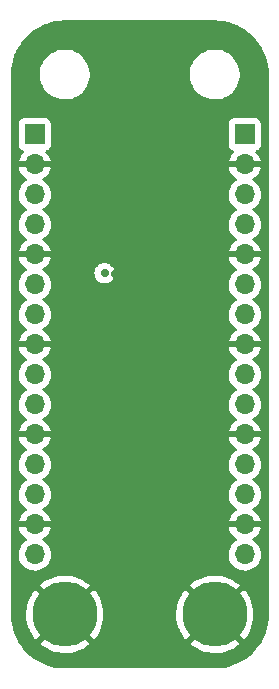
<source format=gbr>
%TF.GenerationSoftware,KiCad,Pcbnew,(6.0.9-0)*%
%TF.CreationDate,2025-08-18T12:38:07+02:00*%
%TF.ProjectId,pt-workshop,70742d77-6f72-46b7-9368-6f702e6b6963,rev?*%
%TF.SameCoordinates,Original*%
%TF.FileFunction,Copper,L2,Inr*%
%TF.FilePolarity,Positive*%
%FSLAX46Y46*%
G04 Gerber Fmt 4.6, Leading zero omitted, Abs format (unit mm)*
G04 Created by KiCad (PCBNEW (6.0.9-0)) date 2025-08-18 12:38:07*
%MOMM*%
%LPD*%
G01*
G04 APERTURE LIST*
%TA.AperFunction,ComponentPad*%
%ADD10C,5.500000*%
%TD*%
%TA.AperFunction,ComponentPad*%
%ADD11R,1.700000X1.700000*%
%TD*%
%TA.AperFunction,ComponentPad*%
%ADD12O,1.700000X1.700000*%
%TD*%
%TA.AperFunction,ViaPad*%
%ADD13C,0.800000*%
%TD*%
%TA.AperFunction,ViaPad*%
%ADD14C,0.700000*%
%TD*%
G04 APERTURE END LIST*
D10*
%TO.N,/PT_GND*%
%TO.C,H103*%
X30480000Y-99060000D03*
%TD*%
%TO.N,/PT_GND*%
%TO.C,H101*%
X43180000Y-99060000D03*
%TD*%
D11*
%TO.N,/PT_9V*%
%TO.C,J103*%
X27940000Y-58420000D03*
D12*
%TO.N,/PT_GND*%
X27940000Y-60960000D03*
%TO.N,/PT_4.5V*%
X27940000Y-63500000D03*
%TO.N,/PT_5V*%
X27940000Y-66040000D03*
%TO.N,/PT_GND*%
X27940000Y-68580000D03*
%TO.N,/PT_CLK*%
X27940000Y-71120000D03*
%TO.N,/PT_Ref*%
X27940000Y-73660000D03*
%TO.N,/PT_GND*%
X27940000Y-76200000D03*
%TO.N,/PT_In*%
X27940000Y-78740000D03*
%TO.N,/PT_Out*%
X27940000Y-81280000D03*
%TO.N,/PT_GND*%
X27940000Y-83820000D03*
%TO.N,/PT_Ic*%
X27940000Y-86360000D03*
%TO.N,/PT_Iout*%
X27940000Y-88900000D03*
%TO.N,/PT_GND*%
X27940000Y-91440000D03*
%TO.N,/PT_Vctrl*%
X27940000Y-93980000D03*
%TD*%
D11*
%TO.N,/PT_9V*%
%TO.C,J104*%
X45720000Y-58420000D03*
D12*
%TO.N,/PT_GND*%
X45720000Y-60960000D03*
%TO.N,/PT_4.5V*%
X45720000Y-63500000D03*
%TO.N,/PT_5V*%
X45720000Y-66040000D03*
%TO.N,/PT_GND*%
X45720000Y-68580000D03*
%TO.N,/PT_CLK*%
X45720000Y-71120000D03*
%TO.N,/PT_Ref*%
X45720000Y-73660000D03*
%TO.N,/PT_GND*%
X45720000Y-76200000D03*
%TO.N,/PT_In*%
X45720000Y-78740000D03*
%TO.N,/PT_Out*%
X45720000Y-81280000D03*
%TO.N,/PT_GND*%
X45720000Y-83820000D03*
%TO.N,/PT_Ic*%
X45720000Y-86360000D03*
%TO.N,/PT_Iout*%
X45720000Y-88900000D03*
%TO.N,/PT_GND*%
X45720000Y-91440000D03*
%TO.N,/PT_Vctrl*%
X45720000Y-93980000D03*
%TD*%
D13*
%TO.N,/PT_GND*%
X31496000Y-91440000D03*
D14*
X39653185Y-95438629D03*
D13*
X36195000Y-59563000D03*
X32639000Y-63754000D03*
D14*
X34290000Y-88773000D03*
D13*
X42545000Y-61849000D03*
D14*
X30099000Y-68580000D03*
X38735000Y-65913000D03*
X34754054Y-70248190D03*
D13*
X34417000Y-56769000D03*
X34870211Y-94084811D03*
X38862000Y-61468000D03*
D14*
X42799000Y-81430500D03*
X30226000Y-72263000D03*
X35433000Y-89408000D03*
X40005000Y-65913000D03*
D13*
X41656000Y-57785000D03*
D14*
%TO.N,/PT_CLK*%
X33845500Y-70167500D03*
%TD*%
%TA.AperFunction,Conductor*%
%TO.N,/PT_GND*%
G36*
X43150018Y-48770000D02*
G01*
X43164851Y-48772310D01*
X43164855Y-48772310D01*
X43173724Y-48773691D01*
X43194183Y-48771016D01*
X43216008Y-48770072D01*
X43572937Y-48785656D01*
X43583886Y-48786614D01*
X43968379Y-48837233D01*
X43979205Y-48839142D01*
X44357822Y-48923080D01*
X44368439Y-48925925D01*
X44538702Y-48979608D01*
X44738302Y-49042542D01*
X44748615Y-49046295D01*
X45106932Y-49194715D01*
X45116876Y-49199353D01*
X45460867Y-49378423D01*
X45470387Y-49383919D01*
X45797468Y-49592292D01*
X45806472Y-49598597D01*
X46114138Y-49834678D01*
X46122558Y-49841743D01*
X46408483Y-50103744D01*
X46416256Y-50111517D01*
X46678257Y-50397442D01*
X46685322Y-50405862D01*
X46921403Y-50713528D01*
X46927708Y-50722532D01*
X47136081Y-51049613D01*
X47141576Y-51059132D01*
X47273193Y-51311964D01*
X47320643Y-51403115D01*
X47325285Y-51413068D01*
X47447895Y-51709074D01*
X47473702Y-51771377D01*
X47477458Y-51781698D01*
X47513680Y-51896579D01*
X47594075Y-52151561D01*
X47596920Y-52162178D01*
X47680858Y-52540795D01*
X47682767Y-52551621D01*
X47733386Y-52936114D01*
X47734344Y-52947063D01*
X47745521Y-53203049D01*
X47749603Y-53296552D01*
X47748223Y-53321429D01*
X47746309Y-53333724D01*
X47747473Y-53342626D01*
X47747473Y-53342628D01*
X47750436Y-53365283D01*
X47751500Y-53381621D01*
X47751500Y-99010633D01*
X47750000Y-99030018D01*
X47747690Y-99044851D01*
X47747690Y-99044855D01*
X47746309Y-99053724D01*
X47748984Y-99074183D01*
X47749928Y-99096008D01*
X47735590Y-99424408D01*
X47734344Y-99452936D01*
X47733386Y-99463886D01*
X47682767Y-99848379D01*
X47680858Y-99859205D01*
X47596920Y-100237822D01*
X47594075Y-100248439D01*
X47477461Y-100618294D01*
X47473702Y-100628623D01*
X47325289Y-100986923D01*
X47320647Y-100996876D01*
X47229591Y-101171794D01*
X47141577Y-101340867D01*
X47136081Y-101350387D01*
X46927708Y-101677468D01*
X46921403Y-101686472D01*
X46685322Y-101994138D01*
X46678257Y-102002558D01*
X46416256Y-102288483D01*
X46408483Y-102296256D01*
X46122558Y-102558257D01*
X46114138Y-102565322D01*
X45806472Y-102801403D01*
X45797468Y-102807708D01*
X45470387Y-103016081D01*
X45460868Y-103021576D01*
X45116876Y-103200647D01*
X45106932Y-103205285D01*
X44748615Y-103353705D01*
X44738302Y-103357458D01*
X44538702Y-103420392D01*
X44368439Y-103474075D01*
X44357822Y-103476920D01*
X43979205Y-103560858D01*
X43968379Y-103562767D01*
X43583886Y-103613386D01*
X43572937Y-103614344D01*
X43223446Y-103629603D01*
X43198571Y-103628223D01*
X43186276Y-103626309D01*
X43177374Y-103627473D01*
X43177372Y-103627473D01*
X43162323Y-103629441D01*
X43154714Y-103630436D01*
X43138379Y-103631500D01*
X30529367Y-103631500D01*
X30509982Y-103630000D01*
X30495149Y-103627690D01*
X30495145Y-103627690D01*
X30486276Y-103626309D01*
X30465817Y-103628984D01*
X30443992Y-103629928D01*
X30087063Y-103614344D01*
X30076114Y-103613386D01*
X29691621Y-103562767D01*
X29680795Y-103560858D01*
X29302178Y-103476920D01*
X29291561Y-103474075D01*
X29121298Y-103420392D01*
X28921698Y-103357458D01*
X28911385Y-103353705D01*
X28553068Y-103205285D01*
X28543124Y-103200647D01*
X28199132Y-103021576D01*
X28189613Y-103016081D01*
X27862532Y-102807708D01*
X27853528Y-102801403D01*
X27545862Y-102565322D01*
X27537442Y-102558257D01*
X27251517Y-102296256D01*
X27243744Y-102288483D01*
X26981743Y-102002558D01*
X26974678Y-101994138D01*
X26738597Y-101686472D01*
X26732292Y-101677468D01*
X26644326Y-101539389D01*
X28365541Y-101539389D01*
X28373678Y-101550395D01*
X28633938Y-101750099D01*
X28639537Y-101753933D01*
X28935261Y-101933736D01*
X28941251Y-101936948D01*
X29254657Y-102083758D01*
X29260961Y-102086305D01*
X29588384Y-102198406D01*
X29594935Y-102200260D01*
X29932539Y-102276342D01*
X29939258Y-102277479D01*
X30283113Y-102316657D01*
X30289903Y-102317060D01*
X30635973Y-102318872D01*
X30642774Y-102318540D01*
X30987020Y-102282966D01*
X30993748Y-102281900D01*
X31332144Y-102209353D01*
X31338693Y-102207574D01*
X31667278Y-102098905D01*
X31673620Y-102096419D01*
X31988523Y-101952910D01*
X31994577Y-101949745D01*
X32292128Y-101773073D01*
X32297809Y-101769270D01*
X32574547Y-101561489D01*
X32579771Y-101557105D01*
X32586238Y-101551053D01*
X32593118Y-101539389D01*
X41065541Y-101539389D01*
X41073678Y-101550395D01*
X41333938Y-101750099D01*
X41339537Y-101753933D01*
X41635261Y-101933736D01*
X41641251Y-101936948D01*
X41954657Y-102083758D01*
X41960961Y-102086305D01*
X42288384Y-102198406D01*
X42294935Y-102200260D01*
X42632539Y-102276342D01*
X42639258Y-102277479D01*
X42983113Y-102316657D01*
X42989903Y-102317060D01*
X43335973Y-102318872D01*
X43342774Y-102318540D01*
X43687020Y-102282966D01*
X43693748Y-102281900D01*
X44032144Y-102209353D01*
X44038693Y-102207574D01*
X44367278Y-102098905D01*
X44373620Y-102096419D01*
X44688523Y-101952910D01*
X44694577Y-101949745D01*
X44992128Y-101773073D01*
X44997809Y-101769270D01*
X45274547Y-101561489D01*
X45279771Y-101557105D01*
X45286238Y-101551053D01*
X45294307Y-101537373D01*
X45294280Y-101536649D01*
X45289136Y-101528346D01*
X43192812Y-99432022D01*
X43178868Y-99424408D01*
X43177035Y-99424539D01*
X43170420Y-99428790D01*
X41072422Y-101526788D01*
X41065541Y-101539389D01*
X32593118Y-101539389D01*
X32594307Y-101537373D01*
X32594280Y-101536649D01*
X32589136Y-101528346D01*
X30492812Y-99432022D01*
X30478868Y-99424408D01*
X30477035Y-99424539D01*
X30470420Y-99428790D01*
X28372422Y-101526788D01*
X28365541Y-101539389D01*
X26644326Y-101539389D01*
X26523919Y-101350387D01*
X26518423Y-101340867D01*
X26430409Y-101171794D01*
X26339353Y-100996876D01*
X26334711Y-100986923D01*
X26186298Y-100628623D01*
X26182539Y-100618294D01*
X26065925Y-100248439D01*
X26063080Y-100237822D01*
X25979142Y-99859205D01*
X25977233Y-99848379D01*
X25926614Y-99463886D01*
X25925656Y-99452936D01*
X25910561Y-99107208D01*
X25912188Y-99080805D01*
X25912769Y-99077352D01*
X25912770Y-99077345D01*
X25913576Y-99072552D01*
X25913729Y-99060000D01*
X25912584Y-99052007D01*
X27217407Y-99052007D01*
X27234917Y-99397659D01*
X27235627Y-99404415D01*
X27290363Y-99746141D01*
X27291802Y-99752796D01*
X27383122Y-100086604D01*
X27385271Y-100093065D01*
X27512110Y-100415067D01*
X27514941Y-100421250D01*
X27675815Y-100727670D01*
X27679298Y-100733513D01*
X27872321Y-101020761D01*
X27876424Y-101026205D01*
X27991911Y-101163351D01*
X28004650Y-101171794D01*
X28015094Y-101165696D01*
X30107978Y-99072812D01*
X30114356Y-99061132D01*
X30844408Y-99061132D01*
X30844539Y-99062965D01*
X30848790Y-99069580D01*
X32943553Y-101164343D01*
X32957150Y-101171768D01*
X32966761Y-101165068D01*
X33062845Y-101053360D01*
X33067003Y-101047960D01*
X33263023Y-100762751D01*
X33266570Y-100756940D01*
X33430634Y-100452238D01*
X33433541Y-100446060D01*
X33563744Y-100125411D01*
X33565958Y-100118981D01*
X33660769Y-99786143D01*
X33662276Y-99779513D01*
X33720590Y-99438362D01*
X33721370Y-99431622D01*
X33742595Y-99084576D01*
X33742711Y-99080973D01*
X33742779Y-99061819D01*
X33742687Y-99058194D01*
X33742352Y-99052007D01*
X39917407Y-99052007D01*
X39934917Y-99397659D01*
X39935627Y-99404415D01*
X39990363Y-99746141D01*
X39991802Y-99752796D01*
X40083122Y-100086604D01*
X40085271Y-100093065D01*
X40212110Y-100415067D01*
X40214941Y-100421250D01*
X40375815Y-100727670D01*
X40379298Y-100733513D01*
X40572321Y-101020761D01*
X40576424Y-101026205D01*
X40691911Y-101163351D01*
X40704650Y-101171794D01*
X40715094Y-101165696D01*
X42807978Y-99072812D01*
X42814356Y-99061132D01*
X43544408Y-99061132D01*
X43544539Y-99062965D01*
X43548790Y-99069580D01*
X45643553Y-101164343D01*
X45657150Y-101171768D01*
X45666761Y-101165068D01*
X45762845Y-101053360D01*
X45767003Y-101047960D01*
X45963023Y-100762751D01*
X45966570Y-100756940D01*
X46130634Y-100452238D01*
X46133541Y-100446060D01*
X46263744Y-100125411D01*
X46265958Y-100118981D01*
X46360769Y-99786143D01*
X46362276Y-99779513D01*
X46420590Y-99438362D01*
X46421370Y-99431622D01*
X46442595Y-99084576D01*
X46442711Y-99080973D01*
X46442779Y-99061819D01*
X46442687Y-99058194D01*
X46423885Y-98711023D01*
X46423150Y-98704257D01*
X46367224Y-98362738D01*
X46365757Y-98356066D01*
X46273278Y-98022597D01*
X46271104Y-98016134D01*
X46143143Y-97694583D01*
X46140290Y-97688409D01*
X45978343Y-97382545D01*
X45974849Y-97376728D01*
X45780813Y-97090140D01*
X45776699Y-97084721D01*
X45668090Y-96956653D01*
X45655265Y-96948217D01*
X45644940Y-96954270D01*
X43552022Y-99047188D01*
X43544408Y-99061132D01*
X42814356Y-99061132D01*
X42815592Y-99058868D01*
X42815461Y-99057035D01*
X42811210Y-99050420D01*
X40716457Y-96955667D01*
X40702920Y-96948275D01*
X40693219Y-96955063D01*
X40590220Y-97075659D01*
X40586066Y-97081092D01*
X40391056Y-97366965D01*
X40387521Y-97372802D01*
X40224518Y-97678080D01*
X40221642Y-97684249D01*
X40092558Y-98005355D01*
X40090365Y-98011795D01*
X39996714Y-98344968D01*
X39995231Y-98351603D01*
X39938112Y-98692936D01*
X39937353Y-98699708D01*
X39917431Y-99045212D01*
X39917407Y-99052007D01*
X33742352Y-99052007D01*
X33723885Y-98711023D01*
X33723150Y-98704257D01*
X33667224Y-98362738D01*
X33665757Y-98356066D01*
X33573278Y-98022597D01*
X33571104Y-98016134D01*
X33443143Y-97694583D01*
X33440290Y-97688409D01*
X33278343Y-97382545D01*
X33274849Y-97376728D01*
X33080813Y-97090140D01*
X33076699Y-97084721D01*
X32968090Y-96956653D01*
X32955265Y-96948217D01*
X32944940Y-96954270D01*
X30852022Y-99047188D01*
X30844408Y-99061132D01*
X30114356Y-99061132D01*
X30115592Y-99058868D01*
X30115461Y-99057035D01*
X30111210Y-99050420D01*
X28016457Y-96955667D01*
X28002920Y-96948275D01*
X27993219Y-96955063D01*
X27890220Y-97075659D01*
X27886066Y-97081092D01*
X27691056Y-97366965D01*
X27687521Y-97372802D01*
X27524518Y-97678080D01*
X27521642Y-97684249D01*
X27392558Y-98005355D01*
X27390365Y-98011795D01*
X27296714Y-98344968D01*
X27295231Y-98351603D01*
X27238112Y-98692936D01*
X27237353Y-98699708D01*
X27217431Y-99045212D01*
X27217407Y-99052007D01*
X25912584Y-99052007D01*
X25909773Y-99032376D01*
X25908500Y-99014514D01*
X25908500Y-96582234D01*
X28365322Y-96582234D01*
X28365357Y-96583075D01*
X28370410Y-96591200D01*
X30467188Y-98687978D01*
X30481132Y-98695592D01*
X30482965Y-98695461D01*
X30489580Y-98691210D01*
X32587431Y-96593359D01*
X32593506Y-96582234D01*
X41065322Y-96582234D01*
X41065357Y-96583075D01*
X41070410Y-96591200D01*
X43167188Y-98687978D01*
X43181132Y-98695592D01*
X43182965Y-98695461D01*
X43189580Y-98691210D01*
X45287431Y-96593359D01*
X45295045Y-96579415D01*
X45294977Y-96578460D01*
X45291024Y-96572482D01*
X45016667Y-96363479D01*
X45011041Y-96359655D01*
X44714706Y-96180894D01*
X44708694Y-96177697D01*
X44394774Y-96031980D01*
X44388474Y-96029460D01*
X44060664Y-95918503D01*
X44054086Y-95916667D01*
X43716237Y-95841768D01*
X43709499Y-95840652D01*
X43365515Y-95802675D01*
X43358735Y-95802296D01*
X43012636Y-95801693D01*
X43005863Y-95802048D01*
X42661726Y-95838825D01*
X42655016Y-95839912D01*
X42316883Y-95913637D01*
X42310308Y-95915448D01*
X41982117Y-96025259D01*
X41975795Y-96027762D01*
X41661388Y-96172373D01*
X41655345Y-96175559D01*
X41358402Y-96353276D01*
X41352756Y-96357085D01*
X41076726Y-96565844D01*
X41073140Y-96568875D01*
X41065322Y-96582234D01*
X32593506Y-96582234D01*
X32595045Y-96579415D01*
X32594977Y-96578460D01*
X32591024Y-96572482D01*
X32316667Y-96363479D01*
X32311041Y-96359655D01*
X32014706Y-96180894D01*
X32008694Y-96177697D01*
X31694774Y-96031980D01*
X31688474Y-96029460D01*
X31360664Y-95918503D01*
X31354086Y-95916667D01*
X31016237Y-95841768D01*
X31009499Y-95840652D01*
X30665515Y-95802675D01*
X30658735Y-95802296D01*
X30312636Y-95801693D01*
X30305863Y-95802048D01*
X29961726Y-95838825D01*
X29955016Y-95839912D01*
X29616883Y-95913637D01*
X29610308Y-95915448D01*
X29282117Y-96025259D01*
X29275795Y-96027762D01*
X28961388Y-96172373D01*
X28955345Y-96175559D01*
X28658402Y-96353276D01*
X28652756Y-96357085D01*
X28376726Y-96565844D01*
X28373140Y-96568875D01*
X28365322Y-96582234D01*
X25908500Y-96582234D01*
X25908500Y-93946695D01*
X26577251Y-93946695D01*
X26577548Y-93951848D01*
X26577548Y-93951851D01*
X26583011Y-94046590D01*
X26590110Y-94169715D01*
X26591247Y-94174761D01*
X26591248Y-94174767D01*
X26611119Y-94262939D01*
X26639222Y-94387639D01*
X26723266Y-94594616D01*
X26839987Y-94785088D01*
X26986250Y-94953938D01*
X27158126Y-95096632D01*
X27351000Y-95209338D01*
X27559692Y-95289030D01*
X27564760Y-95290061D01*
X27564763Y-95290062D01*
X27672017Y-95311883D01*
X27778597Y-95333567D01*
X27783772Y-95333757D01*
X27783774Y-95333757D01*
X27996673Y-95341564D01*
X27996677Y-95341564D01*
X28001837Y-95341753D01*
X28006957Y-95341097D01*
X28006959Y-95341097D01*
X28218288Y-95314025D01*
X28218289Y-95314025D01*
X28223416Y-95313368D01*
X28228366Y-95311883D01*
X28432429Y-95250661D01*
X28432434Y-95250659D01*
X28437384Y-95249174D01*
X28637994Y-95150896D01*
X28819860Y-95021173D01*
X28978096Y-94863489D01*
X29037594Y-94780689D01*
X29105435Y-94686277D01*
X29108453Y-94682077D01*
X29207430Y-94481811D01*
X29272370Y-94268069D01*
X29301529Y-94046590D01*
X29303156Y-93980000D01*
X29300418Y-93946695D01*
X44357251Y-93946695D01*
X44357548Y-93951848D01*
X44357548Y-93951851D01*
X44363011Y-94046590D01*
X44370110Y-94169715D01*
X44371247Y-94174761D01*
X44371248Y-94174767D01*
X44391119Y-94262939D01*
X44419222Y-94387639D01*
X44503266Y-94594616D01*
X44619987Y-94785088D01*
X44766250Y-94953938D01*
X44938126Y-95096632D01*
X45131000Y-95209338D01*
X45339692Y-95289030D01*
X45344760Y-95290061D01*
X45344763Y-95290062D01*
X45452017Y-95311883D01*
X45558597Y-95333567D01*
X45563772Y-95333757D01*
X45563774Y-95333757D01*
X45776673Y-95341564D01*
X45776677Y-95341564D01*
X45781837Y-95341753D01*
X45786957Y-95341097D01*
X45786959Y-95341097D01*
X45998288Y-95314025D01*
X45998289Y-95314025D01*
X46003416Y-95313368D01*
X46008366Y-95311883D01*
X46212429Y-95250661D01*
X46212434Y-95250659D01*
X46217384Y-95249174D01*
X46417994Y-95150896D01*
X46599860Y-95021173D01*
X46758096Y-94863489D01*
X46817594Y-94780689D01*
X46885435Y-94686277D01*
X46888453Y-94682077D01*
X46987430Y-94481811D01*
X47052370Y-94268069D01*
X47081529Y-94046590D01*
X47083156Y-93980000D01*
X47064852Y-93757361D01*
X47010431Y-93540702D01*
X46921354Y-93335840D01*
X46800014Y-93148277D01*
X46649670Y-92983051D01*
X46645619Y-92979852D01*
X46645615Y-92979848D01*
X46478414Y-92847800D01*
X46478410Y-92847798D01*
X46474359Y-92844598D01*
X46432569Y-92821529D01*
X46382598Y-92771097D01*
X46367826Y-92701654D01*
X46392942Y-92635248D01*
X46420294Y-92608641D01*
X46595328Y-92483792D01*
X46603200Y-92477139D01*
X46754052Y-92326812D01*
X46760730Y-92318965D01*
X46885003Y-92146020D01*
X46890313Y-92137183D01*
X46984670Y-91946267D01*
X46988469Y-91936672D01*
X47050377Y-91732910D01*
X47052555Y-91722837D01*
X47053986Y-91711962D01*
X47051775Y-91697778D01*
X47038617Y-91694000D01*
X44403225Y-91694000D01*
X44389694Y-91697973D01*
X44388257Y-91707966D01*
X44418565Y-91842446D01*
X44421645Y-91852275D01*
X44501770Y-92049603D01*
X44506413Y-92058794D01*
X44617694Y-92240388D01*
X44623777Y-92248699D01*
X44763213Y-92409667D01*
X44770580Y-92416883D01*
X44934434Y-92552916D01*
X44942881Y-92558831D01*
X45011969Y-92599203D01*
X45060693Y-92650842D01*
X45073764Y-92720625D01*
X45047033Y-92786396D01*
X45006584Y-92819752D01*
X44993607Y-92826507D01*
X44989474Y-92829610D01*
X44989471Y-92829612D01*
X44965247Y-92847800D01*
X44814965Y-92960635D01*
X44660629Y-93122138D01*
X44534743Y-93306680D01*
X44440688Y-93509305D01*
X44380989Y-93724570D01*
X44357251Y-93946695D01*
X29300418Y-93946695D01*
X29284852Y-93757361D01*
X29230431Y-93540702D01*
X29141354Y-93335840D01*
X29020014Y-93148277D01*
X28869670Y-92983051D01*
X28865619Y-92979852D01*
X28865615Y-92979848D01*
X28698414Y-92847800D01*
X28698410Y-92847798D01*
X28694359Y-92844598D01*
X28652569Y-92821529D01*
X28602598Y-92771097D01*
X28587826Y-92701654D01*
X28612942Y-92635248D01*
X28640294Y-92608641D01*
X28815328Y-92483792D01*
X28823200Y-92477139D01*
X28974052Y-92326812D01*
X28980730Y-92318965D01*
X29105003Y-92146020D01*
X29110313Y-92137183D01*
X29204670Y-91946267D01*
X29208469Y-91936672D01*
X29270377Y-91732910D01*
X29272555Y-91722837D01*
X29273986Y-91711962D01*
X29271775Y-91697778D01*
X29258617Y-91694000D01*
X26623225Y-91694000D01*
X26609694Y-91697973D01*
X26608257Y-91707966D01*
X26638565Y-91842446D01*
X26641645Y-91852275D01*
X26721770Y-92049603D01*
X26726413Y-92058794D01*
X26837694Y-92240388D01*
X26843777Y-92248699D01*
X26983213Y-92409667D01*
X26990580Y-92416883D01*
X27154434Y-92552916D01*
X27162881Y-92558831D01*
X27231969Y-92599203D01*
X27280693Y-92650842D01*
X27293764Y-92720625D01*
X27267033Y-92786396D01*
X27226584Y-92819752D01*
X27213607Y-92826507D01*
X27209474Y-92829610D01*
X27209471Y-92829612D01*
X27185247Y-92847800D01*
X27034965Y-92960635D01*
X26880629Y-93122138D01*
X26754743Y-93306680D01*
X26660688Y-93509305D01*
X26600989Y-93724570D01*
X26577251Y-93946695D01*
X25908500Y-93946695D01*
X25908500Y-88866695D01*
X26577251Y-88866695D01*
X26577548Y-88871848D01*
X26577548Y-88871851D01*
X26583011Y-88966590D01*
X26590110Y-89089715D01*
X26591247Y-89094761D01*
X26591248Y-89094767D01*
X26611119Y-89182939D01*
X26639222Y-89307639D01*
X26723266Y-89514616D01*
X26839987Y-89705088D01*
X26986250Y-89873938D01*
X27158126Y-90016632D01*
X27231955Y-90059774D01*
X27280679Y-90111412D01*
X27293750Y-90181195D01*
X27267019Y-90246967D01*
X27226562Y-90280327D01*
X27218457Y-90284546D01*
X27209738Y-90290036D01*
X27039433Y-90417905D01*
X27031726Y-90424748D01*
X26884590Y-90578717D01*
X26878104Y-90586727D01*
X26758098Y-90762649D01*
X26753000Y-90771623D01*
X26663338Y-90964783D01*
X26659775Y-90974470D01*
X26604389Y-91174183D01*
X26605912Y-91182607D01*
X26618292Y-91186000D01*
X29258344Y-91186000D01*
X29271875Y-91182027D01*
X29273180Y-91172947D01*
X29231214Y-91005875D01*
X29227894Y-90996124D01*
X29142972Y-90800814D01*
X29138105Y-90791739D01*
X29022426Y-90612926D01*
X29016136Y-90604757D01*
X28872806Y-90447240D01*
X28865273Y-90440215D01*
X28698139Y-90308222D01*
X28689556Y-90302520D01*
X28652602Y-90282120D01*
X28602631Y-90231687D01*
X28587859Y-90162245D01*
X28612975Y-90095839D01*
X28640327Y-90069232D01*
X28663797Y-90052491D01*
X28819860Y-89941173D01*
X28978096Y-89783489D01*
X29037594Y-89700689D01*
X29105435Y-89606277D01*
X29108453Y-89602077D01*
X29207430Y-89401811D01*
X29272370Y-89188069D01*
X29301529Y-88966590D01*
X29303156Y-88900000D01*
X29300418Y-88866695D01*
X44357251Y-88866695D01*
X44357548Y-88871848D01*
X44357548Y-88871851D01*
X44363011Y-88966590D01*
X44370110Y-89089715D01*
X44371247Y-89094761D01*
X44371248Y-89094767D01*
X44391119Y-89182939D01*
X44419222Y-89307639D01*
X44503266Y-89514616D01*
X44619987Y-89705088D01*
X44766250Y-89873938D01*
X44938126Y-90016632D01*
X45011955Y-90059774D01*
X45060679Y-90111412D01*
X45073750Y-90181195D01*
X45047019Y-90246967D01*
X45006562Y-90280327D01*
X44998457Y-90284546D01*
X44989738Y-90290036D01*
X44819433Y-90417905D01*
X44811726Y-90424748D01*
X44664590Y-90578717D01*
X44658104Y-90586727D01*
X44538098Y-90762649D01*
X44533000Y-90771623D01*
X44443338Y-90964783D01*
X44439775Y-90974470D01*
X44384389Y-91174183D01*
X44385912Y-91182607D01*
X44398292Y-91186000D01*
X47038344Y-91186000D01*
X47051875Y-91182027D01*
X47053180Y-91172947D01*
X47011214Y-91005875D01*
X47007894Y-90996124D01*
X46922972Y-90800814D01*
X46918105Y-90791739D01*
X46802426Y-90612926D01*
X46796136Y-90604757D01*
X46652806Y-90447240D01*
X46645273Y-90440215D01*
X46478139Y-90308222D01*
X46469556Y-90302520D01*
X46432602Y-90282120D01*
X46382631Y-90231687D01*
X46367859Y-90162245D01*
X46392975Y-90095839D01*
X46420327Y-90069232D01*
X46443797Y-90052491D01*
X46599860Y-89941173D01*
X46758096Y-89783489D01*
X46817594Y-89700689D01*
X46885435Y-89606277D01*
X46888453Y-89602077D01*
X46987430Y-89401811D01*
X47052370Y-89188069D01*
X47081529Y-88966590D01*
X47083156Y-88900000D01*
X47064852Y-88677361D01*
X47010431Y-88460702D01*
X46921354Y-88255840D01*
X46800014Y-88068277D01*
X46649670Y-87903051D01*
X46645619Y-87899852D01*
X46645615Y-87899848D01*
X46478414Y-87767800D01*
X46478410Y-87767798D01*
X46474359Y-87764598D01*
X46433053Y-87741796D01*
X46383084Y-87691364D01*
X46368312Y-87621921D01*
X46393428Y-87555516D01*
X46420780Y-87528909D01*
X46464603Y-87497650D01*
X46599860Y-87401173D01*
X46758096Y-87243489D01*
X46817594Y-87160689D01*
X46885435Y-87066277D01*
X46888453Y-87062077D01*
X46987430Y-86861811D01*
X47052370Y-86648069D01*
X47081529Y-86426590D01*
X47083156Y-86360000D01*
X47064852Y-86137361D01*
X47010431Y-85920702D01*
X46921354Y-85715840D01*
X46800014Y-85528277D01*
X46649670Y-85363051D01*
X46645619Y-85359852D01*
X46645615Y-85359848D01*
X46478414Y-85227800D01*
X46478410Y-85227798D01*
X46474359Y-85224598D01*
X46432569Y-85201529D01*
X46382598Y-85151097D01*
X46367826Y-85081654D01*
X46392942Y-85015248D01*
X46420294Y-84988641D01*
X46595328Y-84863792D01*
X46603200Y-84857139D01*
X46754052Y-84706812D01*
X46760730Y-84698965D01*
X46885003Y-84526020D01*
X46890313Y-84517183D01*
X46984670Y-84326267D01*
X46988469Y-84316672D01*
X47050377Y-84112910D01*
X47052555Y-84102837D01*
X47053986Y-84091962D01*
X47051775Y-84077778D01*
X47038617Y-84074000D01*
X44403225Y-84074000D01*
X44389694Y-84077973D01*
X44388257Y-84087966D01*
X44418565Y-84222446D01*
X44421645Y-84232275D01*
X44501770Y-84429603D01*
X44506413Y-84438794D01*
X44617694Y-84620388D01*
X44623777Y-84628699D01*
X44763213Y-84789667D01*
X44770580Y-84796883D01*
X44934434Y-84932916D01*
X44942881Y-84938831D01*
X45011969Y-84979203D01*
X45060693Y-85030842D01*
X45073764Y-85100625D01*
X45047033Y-85166396D01*
X45006584Y-85199752D01*
X44993607Y-85206507D01*
X44989474Y-85209610D01*
X44989471Y-85209612D01*
X44965247Y-85227800D01*
X44814965Y-85340635D01*
X44660629Y-85502138D01*
X44534743Y-85686680D01*
X44440688Y-85889305D01*
X44380989Y-86104570D01*
X44357251Y-86326695D01*
X44357548Y-86331848D01*
X44357548Y-86331851D01*
X44363011Y-86426590D01*
X44370110Y-86549715D01*
X44371247Y-86554761D01*
X44371248Y-86554767D01*
X44391119Y-86642939D01*
X44419222Y-86767639D01*
X44503266Y-86974616D01*
X44619987Y-87165088D01*
X44766250Y-87333938D01*
X44938126Y-87476632D01*
X45008595Y-87517811D01*
X45011445Y-87519476D01*
X45060169Y-87571114D01*
X45073240Y-87640897D01*
X45046509Y-87706669D01*
X45006055Y-87740027D01*
X44993607Y-87746507D01*
X44989474Y-87749610D01*
X44989471Y-87749612D01*
X44965247Y-87767800D01*
X44814965Y-87880635D01*
X44660629Y-88042138D01*
X44534743Y-88226680D01*
X44440688Y-88429305D01*
X44380989Y-88644570D01*
X44357251Y-88866695D01*
X29300418Y-88866695D01*
X29284852Y-88677361D01*
X29230431Y-88460702D01*
X29141354Y-88255840D01*
X29020014Y-88068277D01*
X28869670Y-87903051D01*
X28865619Y-87899852D01*
X28865615Y-87899848D01*
X28698414Y-87767800D01*
X28698410Y-87767798D01*
X28694359Y-87764598D01*
X28653053Y-87741796D01*
X28603084Y-87691364D01*
X28588312Y-87621921D01*
X28613428Y-87555516D01*
X28640780Y-87528909D01*
X28684603Y-87497650D01*
X28819860Y-87401173D01*
X28978096Y-87243489D01*
X29037594Y-87160689D01*
X29105435Y-87066277D01*
X29108453Y-87062077D01*
X29207430Y-86861811D01*
X29272370Y-86648069D01*
X29301529Y-86426590D01*
X29303156Y-86360000D01*
X29284852Y-86137361D01*
X29230431Y-85920702D01*
X29141354Y-85715840D01*
X29020014Y-85528277D01*
X28869670Y-85363051D01*
X28865619Y-85359852D01*
X28865615Y-85359848D01*
X28698414Y-85227800D01*
X28698410Y-85227798D01*
X28694359Y-85224598D01*
X28652569Y-85201529D01*
X28602598Y-85151097D01*
X28587826Y-85081654D01*
X28612942Y-85015248D01*
X28640294Y-84988641D01*
X28815328Y-84863792D01*
X28823200Y-84857139D01*
X28974052Y-84706812D01*
X28980730Y-84698965D01*
X29105003Y-84526020D01*
X29110313Y-84517183D01*
X29204670Y-84326267D01*
X29208469Y-84316672D01*
X29270377Y-84112910D01*
X29272555Y-84102837D01*
X29273986Y-84091962D01*
X29271775Y-84077778D01*
X29258617Y-84074000D01*
X26623225Y-84074000D01*
X26609694Y-84077973D01*
X26608257Y-84087966D01*
X26638565Y-84222446D01*
X26641645Y-84232275D01*
X26721770Y-84429603D01*
X26726413Y-84438794D01*
X26837694Y-84620388D01*
X26843777Y-84628699D01*
X26983213Y-84789667D01*
X26990580Y-84796883D01*
X27154434Y-84932916D01*
X27162881Y-84938831D01*
X27231969Y-84979203D01*
X27280693Y-85030842D01*
X27293764Y-85100625D01*
X27267033Y-85166396D01*
X27226584Y-85199752D01*
X27213607Y-85206507D01*
X27209474Y-85209610D01*
X27209471Y-85209612D01*
X27185247Y-85227800D01*
X27034965Y-85340635D01*
X26880629Y-85502138D01*
X26754743Y-85686680D01*
X26660688Y-85889305D01*
X26600989Y-86104570D01*
X26577251Y-86326695D01*
X26577548Y-86331848D01*
X26577548Y-86331851D01*
X26583011Y-86426590D01*
X26590110Y-86549715D01*
X26591247Y-86554761D01*
X26591248Y-86554767D01*
X26611119Y-86642939D01*
X26639222Y-86767639D01*
X26723266Y-86974616D01*
X26839987Y-87165088D01*
X26986250Y-87333938D01*
X27158126Y-87476632D01*
X27228595Y-87517811D01*
X27231445Y-87519476D01*
X27280169Y-87571114D01*
X27293240Y-87640897D01*
X27266509Y-87706669D01*
X27226055Y-87740027D01*
X27213607Y-87746507D01*
X27209474Y-87749610D01*
X27209471Y-87749612D01*
X27185247Y-87767800D01*
X27034965Y-87880635D01*
X26880629Y-88042138D01*
X26754743Y-88226680D01*
X26660688Y-88429305D01*
X26600989Y-88644570D01*
X26577251Y-88866695D01*
X25908500Y-88866695D01*
X25908500Y-81246695D01*
X26577251Y-81246695D01*
X26577548Y-81251848D01*
X26577548Y-81251851D01*
X26583011Y-81346590D01*
X26590110Y-81469715D01*
X26591247Y-81474761D01*
X26591248Y-81474767D01*
X26611119Y-81562939D01*
X26639222Y-81687639D01*
X26723266Y-81894616D01*
X26839987Y-82085088D01*
X26986250Y-82253938D01*
X27158126Y-82396632D01*
X27231955Y-82439774D01*
X27280679Y-82491412D01*
X27293750Y-82561195D01*
X27267019Y-82626967D01*
X27226562Y-82660327D01*
X27218457Y-82664546D01*
X27209738Y-82670036D01*
X27039433Y-82797905D01*
X27031726Y-82804748D01*
X26884590Y-82958717D01*
X26878104Y-82966727D01*
X26758098Y-83142649D01*
X26753000Y-83151623D01*
X26663338Y-83344783D01*
X26659775Y-83354470D01*
X26604389Y-83554183D01*
X26605912Y-83562607D01*
X26618292Y-83566000D01*
X29258344Y-83566000D01*
X29271875Y-83562027D01*
X29273180Y-83552947D01*
X29231214Y-83385875D01*
X29227894Y-83376124D01*
X29142972Y-83180814D01*
X29138105Y-83171739D01*
X29022426Y-82992926D01*
X29016136Y-82984757D01*
X28872806Y-82827240D01*
X28865273Y-82820215D01*
X28698139Y-82688222D01*
X28689556Y-82682520D01*
X28652602Y-82662120D01*
X28602631Y-82611687D01*
X28587859Y-82542245D01*
X28612975Y-82475839D01*
X28640327Y-82449232D01*
X28663797Y-82432491D01*
X28819860Y-82321173D01*
X28978096Y-82163489D01*
X29037594Y-82080689D01*
X29105435Y-81986277D01*
X29108453Y-81982077D01*
X29207430Y-81781811D01*
X29272370Y-81568069D01*
X29301529Y-81346590D01*
X29303156Y-81280000D01*
X29300418Y-81246695D01*
X44357251Y-81246695D01*
X44357548Y-81251848D01*
X44357548Y-81251851D01*
X44363011Y-81346590D01*
X44370110Y-81469715D01*
X44371247Y-81474761D01*
X44371248Y-81474767D01*
X44391119Y-81562939D01*
X44419222Y-81687639D01*
X44503266Y-81894616D01*
X44619987Y-82085088D01*
X44766250Y-82253938D01*
X44938126Y-82396632D01*
X45011955Y-82439774D01*
X45060679Y-82491412D01*
X45073750Y-82561195D01*
X45047019Y-82626967D01*
X45006562Y-82660327D01*
X44998457Y-82664546D01*
X44989738Y-82670036D01*
X44819433Y-82797905D01*
X44811726Y-82804748D01*
X44664590Y-82958717D01*
X44658104Y-82966727D01*
X44538098Y-83142649D01*
X44533000Y-83151623D01*
X44443338Y-83344783D01*
X44439775Y-83354470D01*
X44384389Y-83554183D01*
X44385912Y-83562607D01*
X44398292Y-83566000D01*
X47038344Y-83566000D01*
X47051875Y-83562027D01*
X47053180Y-83552947D01*
X47011214Y-83385875D01*
X47007894Y-83376124D01*
X46922972Y-83180814D01*
X46918105Y-83171739D01*
X46802426Y-82992926D01*
X46796136Y-82984757D01*
X46652806Y-82827240D01*
X46645273Y-82820215D01*
X46478139Y-82688222D01*
X46469556Y-82682520D01*
X46432602Y-82662120D01*
X46382631Y-82611687D01*
X46367859Y-82542245D01*
X46392975Y-82475839D01*
X46420327Y-82449232D01*
X46443797Y-82432491D01*
X46599860Y-82321173D01*
X46758096Y-82163489D01*
X46817594Y-82080689D01*
X46885435Y-81986277D01*
X46888453Y-81982077D01*
X46987430Y-81781811D01*
X47052370Y-81568069D01*
X47081529Y-81346590D01*
X47083156Y-81280000D01*
X47064852Y-81057361D01*
X47010431Y-80840702D01*
X46921354Y-80635840D01*
X46800014Y-80448277D01*
X46649670Y-80283051D01*
X46645619Y-80279852D01*
X46645615Y-80279848D01*
X46478414Y-80147800D01*
X46478410Y-80147798D01*
X46474359Y-80144598D01*
X46433053Y-80121796D01*
X46383084Y-80071364D01*
X46368312Y-80001921D01*
X46393428Y-79935516D01*
X46420780Y-79908909D01*
X46464603Y-79877650D01*
X46599860Y-79781173D01*
X46758096Y-79623489D01*
X46817594Y-79540689D01*
X46885435Y-79446277D01*
X46888453Y-79442077D01*
X46987430Y-79241811D01*
X47052370Y-79028069D01*
X47081529Y-78806590D01*
X47083156Y-78740000D01*
X47064852Y-78517361D01*
X47010431Y-78300702D01*
X46921354Y-78095840D01*
X46800014Y-77908277D01*
X46649670Y-77743051D01*
X46645619Y-77739852D01*
X46645615Y-77739848D01*
X46478414Y-77607800D01*
X46478410Y-77607798D01*
X46474359Y-77604598D01*
X46432569Y-77581529D01*
X46382598Y-77531097D01*
X46367826Y-77461654D01*
X46392942Y-77395248D01*
X46420294Y-77368641D01*
X46595328Y-77243792D01*
X46603200Y-77237139D01*
X46754052Y-77086812D01*
X46760730Y-77078965D01*
X46885003Y-76906020D01*
X46890313Y-76897183D01*
X46984670Y-76706267D01*
X46988469Y-76696672D01*
X47050377Y-76492910D01*
X47052555Y-76482837D01*
X47053986Y-76471962D01*
X47051775Y-76457778D01*
X47038617Y-76454000D01*
X44403225Y-76454000D01*
X44389694Y-76457973D01*
X44388257Y-76467966D01*
X44418565Y-76602446D01*
X44421645Y-76612275D01*
X44501770Y-76809603D01*
X44506413Y-76818794D01*
X44617694Y-77000388D01*
X44623777Y-77008699D01*
X44763213Y-77169667D01*
X44770580Y-77176883D01*
X44934434Y-77312916D01*
X44942881Y-77318831D01*
X45011969Y-77359203D01*
X45060693Y-77410842D01*
X45073764Y-77480625D01*
X45047033Y-77546396D01*
X45006584Y-77579752D01*
X44993607Y-77586507D01*
X44989474Y-77589610D01*
X44989471Y-77589612D01*
X44965247Y-77607800D01*
X44814965Y-77720635D01*
X44660629Y-77882138D01*
X44534743Y-78066680D01*
X44440688Y-78269305D01*
X44380989Y-78484570D01*
X44357251Y-78706695D01*
X44357548Y-78711848D01*
X44357548Y-78711851D01*
X44363011Y-78806590D01*
X44370110Y-78929715D01*
X44371247Y-78934761D01*
X44371248Y-78934767D01*
X44391119Y-79022939D01*
X44419222Y-79147639D01*
X44503266Y-79354616D01*
X44619987Y-79545088D01*
X44766250Y-79713938D01*
X44938126Y-79856632D01*
X45008595Y-79897811D01*
X45011445Y-79899476D01*
X45060169Y-79951114D01*
X45073240Y-80020897D01*
X45046509Y-80086669D01*
X45006055Y-80120027D01*
X44993607Y-80126507D01*
X44989474Y-80129610D01*
X44989471Y-80129612D01*
X44965247Y-80147800D01*
X44814965Y-80260635D01*
X44660629Y-80422138D01*
X44534743Y-80606680D01*
X44440688Y-80809305D01*
X44380989Y-81024570D01*
X44357251Y-81246695D01*
X29300418Y-81246695D01*
X29284852Y-81057361D01*
X29230431Y-80840702D01*
X29141354Y-80635840D01*
X29020014Y-80448277D01*
X28869670Y-80283051D01*
X28865619Y-80279852D01*
X28865615Y-80279848D01*
X28698414Y-80147800D01*
X28698410Y-80147798D01*
X28694359Y-80144598D01*
X28653053Y-80121796D01*
X28603084Y-80071364D01*
X28588312Y-80001921D01*
X28613428Y-79935516D01*
X28640780Y-79908909D01*
X28684603Y-79877650D01*
X28819860Y-79781173D01*
X28978096Y-79623489D01*
X29037594Y-79540689D01*
X29105435Y-79446277D01*
X29108453Y-79442077D01*
X29207430Y-79241811D01*
X29272370Y-79028069D01*
X29301529Y-78806590D01*
X29303156Y-78740000D01*
X29284852Y-78517361D01*
X29230431Y-78300702D01*
X29141354Y-78095840D01*
X29020014Y-77908277D01*
X28869670Y-77743051D01*
X28865619Y-77739852D01*
X28865615Y-77739848D01*
X28698414Y-77607800D01*
X28698410Y-77607798D01*
X28694359Y-77604598D01*
X28652569Y-77581529D01*
X28602598Y-77531097D01*
X28587826Y-77461654D01*
X28612942Y-77395248D01*
X28640294Y-77368641D01*
X28815328Y-77243792D01*
X28823200Y-77237139D01*
X28974052Y-77086812D01*
X28980730Y-77078965D01*
X29105003Y-76906020D01*
X29110313Y-76897183D01*
X29204670Y-76706267D01*
X29208469Y-76696672D01*
X29270377Y-76492910D01*
X29272555Y-76482837D01*
X29273986Y-76471962D01*
X29271775Y-76457778D01*
X29258617Y-76454000D01*
X26623225Y-76454000D01*
X26609694Y-76457973D01*
X26608257Y-76467966D01*
X26638565Y-76602446D01*
X26641645Y-76612275D01*
X26721770Y-76809603D01*
X26726413Y-76818794D01*
X26837694Y-77000388D01*
X26843777Y-77008699D01*
X26983213Y-77169667D01*
X26990580Y-77176883D01*
X27154434Y-77312916D01*
X27162881Y-77318831D01*
X27231969Y-77359203D01*
X27280693Y-77410842D01*
X27293764Y-77480625D01*
X27267033Y-77546396D01*
X27226584Y-77579752D01*
X27213607Y-77586507D01*
X27209474Y-77589610D01*
X27209471Y-77589612D01*
X27185247Y-77607800D01*
X27034965Y-77720635D01*
X26880629Y-77882138D01*
X26754743Y-78066680D01*
X26660688Y-78269305D01*
X26600989Y-78484570D01*
X26577251Y-78706695D01*
X26577548Y-78711848D01*
X26577548Y-78711851D01*
X26583011Y-78806590D01*
X26590110Y-78929715D01*
X26591247Y-78934761D01*
X26591248Y-78934767D01*
X26611119Y-79022939D01*
X26639222Y-79147639D01*
X26723266Y-79354616D01*
X26839987Y-79545088D01*
X26986250Y-79713938D01*
X27158126Y-79856632D01*
X27228595Y-79897811D01*
X27231445Y-79899476D01*
X27280169Y-79951114D01*
X27293240Y-80020897D01*
X27266509Y-80086669D01*
X27226055Y-80120027D01*
X27213607Y-80126507D01*
X27209474Y-80129610D01*
X27209471Y-80129612D01*
X27185247Y-80147800D01*
X27034965Y-80260635D01*
X26880629Y-80422138D01*
X26754743Y-80606680D01*
X26660688Y-80809305D01*
X26600989Y-81024570D01*
X26577251Y-81246695D01*
X25908500Y-81246695D01*
X25908500Y-73626695D01*
X26577251Y-73626695D01*
X26577548Y-73631848D01*
X26577548Y-73631851D01*
X26583011Y-73726590D01*
X26590110Y-73849715D01*
X26591247Y-73854761D01*
X26591248Y-73854767D01*
X26611119Y-73942939D01*
X26639222Y-74067639D01*
X26723266Y-74274616D01*
X26839987Y-74465088D01*
X26986250Y-74633938D01*
X27158126Y-74776632D01*
X27231955Y-74819774D01*
X27280679Y-74871412D01*
X27293750Y-74941195D01*
X27267019Y-75006967D01*
X27226562Y-75040327D01*
X27218457Y-75044546D01*
X27209738Y-75050036D01*
X27039433Y-75177905D01*
X27031726Y-75184748D01*
X26884590Y-75338717D01*
X26878104Y-75346727D01*
X26758098Y-75522649D01*
X26753000Y-75531623D01*
X26663338Y-75724783D01*
X26659775Y-75734470D01*
X26604389Y-75934183D01*
X26605912Y-75942607D01*
X26618292Y-75946000D01*
X29258344Y-75946000D01*
X29271875Y-75942027D01*
X29273180Y-75932947D01*
X29231214Y-75765875D01*
X29227894Y-75756124D01*
X29142972Y-75560814D01*
X29138105Y-75551739D01*
X29022426Y-75372926D01*
X29016136Y-75364757D01*
X28872806Y-75207240D01*
X28865273Y-75200215D01*
X28698139Y-75068222D01*
X28689556Y-75062520D01*
X28652602Y-75042120D01*
X28602631Y-74991687D01*
X28587859Y-74922245D01*
X28612975Y-74855839D01*
X28640327Y-74829232D01*
X28663797Y-74812491D01*
X28819860Y-74701173D01*
X28978096Y-74543489D01*
X29037594Y-74460689D01*
X29105435Y-74366277D01*
X29108453Y-74362077D01*
X29207430Y-74161811D01*
X29272370Y-73948069D01*
X29301529Y-73726590D01*
X29303156Y-73660000D01*
X29300418Y-73626695D01*
X44357251Y-73626695D01*
X44357548Y-73631848D01*
X44357548Y-73631851D01*
X44363011Y-73726590D01*
X44370110Y-73849715D01*
X44371247Y-73854761D01*
X44371248Y-73854767D01*
X44391119Y-73942939D01*
X44419222Y-74067639D01*
X44503266Y-74274616D01*
X44619987Y-74465088D01*
X44766250Y-74633938D01*
X44938126Y-74776632D01*
X45011955Y-74819774D01*
X45060679Y-74871412D01*
X45073750Y-74941195D01*
X45047019Y-75006967D01*
X45006562Y-75040327D01*
X44998457Y-75044546D01*
X44989738Y-75050036D01*
X44819433Y-75177905D01*
X44811726Y-75184748D01*
X44664590Y-75338717D01*
X44658104Y-75346727D01*
X44538098Y-75522649D01*
X44533000Y-75531623D01*
X44443338Y-75724783D01*
X44439775Y-75734470D01*
X44384389Y-75934183D01*
X44385912Y-75942607D01*
X44398292Y-75946000D01*
X47038344Y-75946000D01*
X47051875Y-75942027D01*
X47053180Y-75932947D01*
X47011214Y-75765875D01*
X47007894Y-75756124D01*
X46922972Y-75560814D01*
X46918105Y-75551739D01*
X46802426Y-75372926D01*
X46796136Y-75364757D01*
X46652806Y-75207240D01*
X46645273Y-75200215D01*
X46478139Y-75068222D01*
X46469556Y-75062520D01*
X46432602Y-75042120D01*
X46382631Y-74991687D01*
X46367859Y-74922245D01*
X46392975Y-74855839D01*
X46420327Y-74829232D01*
X46443797Y-74812491D01*
X46599860Y-74701173D01*
X46758096Y-74543489D01*
X46817594Y-74460689D01*
X46885435Y-74366277D01*
X46888453Y-74362077D01*
X46987430Y-74161811D01*
X47052370Y-73948069D01*
X47081529Y-73726590D01*
X47083156Y-73660000D01*
X47064852Y-73437361D01*
X47010431Y-73220702D01*
X46921354Y-73015840D01*
X46800014Y-72828277D01*
X46649670Y-72663051D01*
X46645619Y-72659852D01*
X46645615Y-72659848D01*
X46478414Y-72527800D01*
X46478410Y-72527798D01*
X46474359Y-72524598D01*
X46433053Y-72501796D01*
X46383084Y-72451364D01*
X46368312Y-72381921D01*
X46393428Y-72315516D01*
X46420780Y-72288909D01*
X46464603Y-72257650D01*
X46599860Y-72161173D01*
X46758096Y-72003489D01*
X46817594Y-71920689D01*
X46885435Y-71826277D01*
X46888453Y-71822077D01*
X46987430Y-71621811D01*
X47052370Y-71408069D01*
X47081529Y-71186590D01*
X47083156Y-71120000D01*
X47064852Y-70897361D01*
X47010431Y-70680702D01*
X46921354Y-70475840D01*
X46842050Y-70353254D01*
X46802822Y-70292617D01*
X46802820Y-70292614D01*
X46800014Y-70288277D01*
X46649670Y-70123051D01*
X46645619Y-70119852D01*
X46645615Y-70119848D01*
X46478414Y-69987800D01*
X46478410Y-69987798D01*
X46474359Y-69984598D01*
X46432569Y-69961529D01*
X46382598Y-69911097D01*
X46367826Y-69841654D01*
X46392942Y-69775248D01*
X46420294Y-69748641D01*
X46595328Y-69623792D01*
X46603200Y-69617139D01*
X46754052Y-69466812D01*
X46760730Y-69458965D01*
X46885003Y-69286020D01*
X46890313Y-69277183D01*
X46984670Y-69086267D01*
X46988469Y-69076672D01*
X47050377Y-68872910D01*
X47052555Y-68862837D01*
X47053986Y-68851962D01*
X47051775Y-68837778D01*
X47038617Y-68834000D01*
X44403225Y-68834000D01*
X44389694Y-68837973D01*
X44388257Y-68847966D01*
X44418565Y-68982446D01*
X44421645Y-68992275D01*
X44501770Y-69189603D01*
X44506413Y-69198794D01*
X44617694Y-69380388D01*
X44623777Y-69388699D01*
X44763213Y-69549667D01*
X44770580Y-69556883D01*
X44934434Y-69692916D01*
X44942881Y-69698831D01*
X45011969Y-69739203D01*
X45060693Y-69790842D01*
X45073764Y-69860625D01*
X45047033Y-69926396D01*
X45006584Y-69959752D01*
X44993607Y-69966507D01*
X44989474Y-69969610D01*
X44989471Y-69969612D01*
X44956205Y-69994589D01*
X44814965Y-70100635D01*
X44660629Y-70262138D01*
X44534743Y-70446680D01*
X44440688Y-70649305D01*
X44380989Y-70864570D01*
X44357251Y-71086695D01*
X44357548Y-71091848D01*
X44357548Y-71091851D01*
X44363011Y-71186590D01*
X44370110Y-71309715D01*
X44371247Y-71314761D01*
X44371248Y-71314767D01*
X44391119Y-71402939D01*
X44419222Y-71527639D01*
X44503266Y-71734616D01*
X44619987Y-71925088D01*
X44766250Y-72093938D01*
X44938126Y-72236632D01*
X45008595Y-72277811D01*
X45011445Y-72279476D01*
X45060169Y-72331114D01*
X45073240Y-72400897D01*
X45046509Y-72466669D01*
X45006055Y-72500027D01*
X44993607Y-72506507D01*
X44989474Y-72509610D01*
X44989471Y-72509612D01*
X44965247Y-72527800D01*
X44814965Y-72640635D01*
X44660629Y-72802138D01*
X44534743Y-72986680D01*
X44440688Y-73189305D01*
X44380989Y-73404570D01*
X44357251Y-73626695D01*
X29300418Y-73626695D01*
X29284852Y-73437361D01*
X29230431Y-73220702D01*
X29141354Y-73015840D01*
X29020014Y-72828277D01*
X28869670Y-72663051D01*
X28865619Y-72659852D01*
X28865615Y-72659848D01*
X28698414Y-72527800D01*
X28698410Y-72527798D01*
X28694359Y-72524598D01*
X28653053Y-72501796D01*
X28603084Y-72451364D01*
X28588312Y-72381921D01*
X28613428Y-72315516D01*
X28640780Y-72288909D01*
X28684603Y-72257650D01*
X28819860Y-72161173D01*
X28978096Y-72003489D01*
X29037594Y-71920689D01*
X29105435Y-71826277D01*
X29108453Y-71822077D01*
X29207430Y-71621811D01*
X29272370Y-71408069D01*
X29301529Y-71186590D01*
X29303156Y-71120000D01*
X29284852Y-70897361D01*
X29230431Y-70680702D01*
X29141354Y-70475840D01*
X29062050Y-70353254D01*
X29022822Y-70292617D01*
X29022820Y-70292614D01*
X29020014Y-70288277D01*
X28910115Y-70167500D01*
X32982271Y-70167500D01*
X33001135Y-70346975D01*
X33056901Y-70518607D01*
X33147133Y-70674893D01*
X33151551Y-70679800D01*
X33151552Y-70679801D01*
X33263465Y-70804093D01*
X33267887Y-70809004D01*
X33273229Y-70812885D01*
X33273231Y-70812887D01*
X33396603Y-70902522D01*
X33413885Y-70915078D01*
X33419913Y-70917762D01*
X33419915Y-70917763D01*
X33572717Y-70985795D01*
X33578748Y-70988480D01*
X33667008Y-71007240D01*
X33748811Y-71024628D01*
X33748815Y-71024628D01*
X33755268Y-71026000D01*
X33935732Y-71026000D01*
X33942185Y-71024628D01*
X33942189Y-71024628D01*
X34023992Y-71007240D01*
X34112252Y-70988480D01*
X34118283Y-70985795D01*
X34271085Y-70917763D01*
X34271087Y-70917762D01*
X34277115Y-70915078D01*
X34294397Y-70902522D01*
X34417769Y-70812887D01*
X34417771Y-70812885D01*
X34423113Y-70809004D01*
X34427535Y-70804093D01*
X34539448Y-70679801D01*
X34539449Y-70679800D01*
X34543867Y-70674893D01*
X34634099Y-70518607D01*
X34689865Y-70346975D01*
X34708729Y-70167500D01*
X34704057Y-70123051D01*
X34690555Y-69994589D01*
X34690555Y-69994588D01*
X34689865Y-69988025D01*
X34682874Y-69966507D01*
X34636141Y-69822678D01*
X34634099Y-69816393D01*
X34621145Y-69793955D01*
X34547168Y-69665825D01*
X34543867Y-69660107D01*
X34505179Y-69617139D01*
X34427535Y-69530907D01*
X34427534Y-69530906D01*
X34423113Y-69525996D01*
X34341654Y-69466812D01*
X34282457Y-69423803D01*
X34282456Y-69423802D01*
X34277115Y-69419922D01*
X34271087Y-69417238D01*
X34271085Y-69417237D01*
X34118283Y-69349205D01*
X34118281Y-69349205D01*
X34112252Y-69346520D01*
X34023992Y-69327760D01*
X33942189Y-69310372D01*
X33942185Y-69310372D01*
X33935732Y-69309000D01*
X33755268Y-69309000D01*
X33748815Y-69310372D01*
X33748811Y-69310372D01*
X33667008Y-69327760D01*
X33578748Y-69346520D01*
X33572719Y-69349204D01*
X33572717Y-69349205D01*
X33419916Y-69417237D01*
X33419914Y-69417238D01*
X33413886Y-69419922D01*
X33408545Y-69423802D01*
X33408544Y-69423803D01*
X33273231Y-69522113D01*
X33273229Y-69522115D01*
X33267887Y-69525996D01*
X33263466Y-69530906D01*
X33263465Y-69530907D01*
X33185822Y-69617139D01*
X33147133Y-69660107D01*
X33143832Y-69665825D01*
X33069856Y-69793955D01*
X33056901Y-69816393D01*
X33054859Y-69822678D01*
X33008127Y-69966507D01*
X33001135Y-69988025D01*
X33000445Y-69994588D01*
X33000445Y-69994589D01*
X32986943Y-70123051D01*
X32982271Y-70167500D01*
X28910115Y-70167500D01*
X28869670Y-70123051D01*
X28865619Y-70119852D01*
X28865615Y-70119848D01*
X28698414Y-69987800D01*
X28698410Y-69987798D01*
X28694359Y-69984598D01*
X28652569Y-69961529D01*
X28602598Y-69911097D01*
X28587826Y-69841654D01*
X28612942Y-69775248D01*
X28640294Y-69748641D01*
X28815328Y-69623792D01*
X28823200Y-69617139D01*
X28974052Y-69466812D01*
X28980730Y-69458965D01*
X29105003Y-69286020D01*
X29110313Y-69277183D01*
X29204670Y-69086267D01*
X29208469Y-69076672D01*
X29270377Y-68872910D01*
X29272555Y-68862837D01*
X29273986Y-68851962D01*
X29271775Y-68837778D01*
X29258617Y-68834000D01*
X26623225Y-68834000D01*
X26609694Y-68837973D01*
X26608257Y-68847966D01*
X26638565Y-68982446D01*
X26641645Y-68992275D01*
X26721770Y-69189603D01*
X26726413Y-69198794D01*
X26837694Y-69380388D01*
X26843777Y-69388699D01*
X26983213Y-69549667D01*
X26990580Y-69556883D01*
X27154434Y-69692916D01*
X27162881Y-69698831D01*
X27231969Y-69739203D01*
X27280693Y-69790842D01*
X27293764Y-69860625D01*
X27267033Y-69926396D01*
X27226584Y-69959752D01*
X27213607Y-69966507D01*
X27209474Y-69969610D01*
X27209471Y-69969612D01*
X27176205Y-69994589D01*
X27034965Y-70100635D01*
X26880629Y-70262138D01*
X26754743Y-70446680D01*
X26660688Y-70649305D01*
X26600989Y-70864570D01*
X26577251Y-71086695D01*
X26577548Y-71091848D01*
X26577548Y-71091851D01*
X26583011Y-71186590D01*
X26590110Y-71309715D01*
X26591247Y-71314761D01*
X26591248Y-71314767D01*
X26611119Y-71402939D01*
X26639222Y-71527639D01*
X26723266Y-71734616D01*
X26839987Y-71925088D01*
X26986250Y-72093938D01*
X27158126Y-72236632D01*
X27228595Y-72277811D01*
X27231445Y-72279476D01*
X27280169Y-72331114D01*
X27293240Y-72400897D01*
X27266509Y-72466669D01*
X27226055Y-72500027D01*
X27213607Y-72506507D01*
X27209474Y-72509610D01*
X27209471Y-72509612D01*
X27185247Y-72527800D01*
X27034965Y-72640635D01*
X26880629Y-72802138D01*
X26754743Y-72986680D01*
X26660688Y-73189305D01*
X26600989Y-73404570D01*
X26577251Y-73626695D01*
X25908500Y-73626695D01*
X25908500Y-66006695D01*
X26577251Y-66006695D01*
X26577548Y-66011848D01*
X26577548Y-66011851D01*
X26583011Y-66106590D01*
X26590110Y-66229715D01*
X26591247Y-66234761D01*
X26591248Y-66234767D01*
X26611119Y-66322939D01*
X26639222Y-66447639D01*
X26723266Y-66654616D01*
X26839987Y-66845088D01*
X26986250Y-67013938D01*
X27158126Y-67156632D01*
X27231955Y-67199774D01*
X27280679Y-67251412D01*
X27293750Y-67321195D01*
X27267019Y-67386967D01*
X27226562Y-67420327D01*
X27218457Y-67424546D01*
X27209738Y-67430036D01*
X27039433Y-67557905D01*
X27031726Y-67564748D01*
X26884590Y-67718717D01*
X26878104Y-67726727D01*
X26758098Y-67902649D01*
X26753000Y-67911623D01*
X26663338Y-68104783D01*
X26659775Y-68114470D01*
X26604389Y-68314183D01*
X26605912Y-68322607D01*
X26618292Y-68326000D01*
X29258344Y-68326000D01*
X29271875Y-68322027D01*
X29273180Y-68312947D01*
X29231214Y-68145875D01*
X29227894Y-68136124D01*
X29142972Y-67940814D01*
X29138105Y-67931739D01*
X29022426Y-67752926D01*
X29016136Y-67744757D01*
X28872806Y-67587240D01*
X28865273Y-67580215D01*
X28698139Y-67448222D01*
X28689556Y-67442520D01*
X28652602Y-67422120D01*
X28602631Y-67371687D01*
X28587859Y-67302245D01*
X28612975Y-67235839D01*
X28640327Y-67209232D01*
X28663797Y-67192491D01*
X28819860Y-67081173D01*
X28978096Y-66923489D01*
X29037594Y-66840689D01*
X29105435Y-66746277D01*
X29108453Y-66742077D01*
X29207430Y-66541811D01*
X29272370Y-66328069D01*
X29301529Y-66106590D01*
X29303156Y-66040000D01*
X29300418Y-66006695D01*
X44357251Y-66006695D01*
X44357548Y-66011848D01*
X44357548Y-66011851D01*
X44363011Y-66106590D01*
X44370110Y-66229715D01*
X44371247Y-66234761D01*
X44371248Y-66234767D01*
X44391119Y-66322939D01*
X44419222Y-66447639D01*
X44503266Y-66654616D01*
X44619987Y-66845088D01*
X44766250Y-67013938D01*
X44938126Y-67156632D01*
X45011955Y-67199774D01*
X45060679Y-67251412D01*
X45073750Y-67321195D01*
X45047019Y-67386967D01*
X45006562Y-67420327D01*
X44998457Y-67424546D01*
X44989738Y-67430036D01*
X44819433Y-67557905D01*
X44811726Y-67564748D01*
X44664590Y-67718717D01*
X44658104Y-67726727D01*
X44538098Y-67902649D01*
X44533000Y-67911623D01*
X44443338Y-68104783D01*
X44439775Y-68114470D01*
X44384389Y-68314183D01*
X44385912Y-68322607D01*
X44398292Y-68326000D01*
X47038344Y-68326000D01*
X47051875Y-68322027D01*
X47053180Y-68312947D01*
X47011214Y-68145875D01*
X47007894Y-68136124D01*
X46922972Y-67940814D01*
X46918105Y-67931739D01*
X46802426Y-67752926D01*
X46796136Y-67744757D01*
X46652806Y-67587240D01*
X46645273Y-67580215D01*
X46478139Y-67448222D01*
X46469556Y-67442520D01*
X46432602Y-67422120D01*
X46382631Y-67371687D01*
X46367859Y-67302245D01*
X46392975Y-67235839D01*
X46420327Y-67209232D01*
X46443797Y-67192491D01*
X46599860Y-67081173D01*
X46758096Y-66923489D01*
X46817594Y-66840689D01*
X46885435Y-66746277D01*
X46888453Y-66742077D01*
X46987430Y-66541811D01*
X47052370Y-66328069D01*
X47081529Y-66106590D01*
X47083156Y-66040000D01*
X47064852Y-65817361D01*
X47010431Y-65600702D01*
X46921354Y-65395840D01*
X46800014Y-65208277D01*
X46649670Y-65043051D01*
X46645619Y-65039852D01*
X46645615Y-65039848D01*
X46478414Y-64907800D01*
X46478410Y-64907798D01*
X46474359Y-64904598D01*
X46433053Y-64881796D01*
X46383084Y-64831364D01*
X46368312Y-64761921D01*
X46393428Y-64695516D01*
X46420780Y-64668909D01*
X46464603Y-64637650D01*
X46599860Y-64541173D01*
X46758096Y-64383489D01*
X46817594Y-64300689D01*
X46885435Y-64206277D01*
X46888453Y-64202077D01*
X46987430Y-64001811D01*
X47052370Y-63788069D01*
X47081529Y-63566590D01*
X47083156Y-63500000D01*
X47064852Y-63277361D01*
X47010431Y-63060702D01*
X46921354Y-62855840D01*
X46800014Y-62668277D01*
X46649670Y-62503051D01*
X46645619Y-62499852D01*
X46645615Y-62499848D01*
X46478414Y-62367800D01*
X46478410Y-62367798D01*
X46474359Y-62364598D01*
X46432569Y-62341529D01*
X46382598Y-62291097D01*
X46367826Y-62221654D01*
X46392942Y-62155248D01*
X46420294Y-62128641D01*
X46595328Y-62003792D01*
X46603200Y-61997139D01*
X46754052Y-61846812D01*
X46760730Y-61838965D01*
X46885003Y-61666020D01*
X46890313Y-61657183D01*
X46984670Y-61466267D01*
X46988469Y-61456672D01*
X47050377Y-61252910D01*
X47052555Y-61242837D01*
X47053986Y-61231962D01*
X47051775Y-61217778D01*
X47038617Y-61214000D01*
X44403225Y-61214000D01*
X44389694Y-61217973D01*
X44388257Y-61227966D01*
X44418565Y-61362446D01*
X44421645Y-61372275D01*
X44501770Y-61569603D01*
X44506413Y-61578794D01*
X44617694Y-61760388D01*
X44623777Y-61768699D01*
X44763213Y-61929667D01*
X44770580Y-61936883D01*
X44934434Y-62072916D01*
X44942881Y-62078831D01*
X45011969Y-62119203D01*
X45060693Y-62170842D01*
X45073764Y-62240625D01*
X45047033Y-62306396D01*
X45006584Y-62339752D01*
X44993607Y-62346507D01*
X44989474Y-62349610D01*
X44989471Y-62349612D01*
X44965247Y-62367800D01*
X44814965Y-62480635D01*
X44660629Y-62642138D01*
X44534743Y-62826680D01*
X44440688Y-63029305D01*
X44380989Y-63244570D01*
X44357251Y-63466695D01*
X44357548Y-63471848D01*
X44357548Y-63471851D01*
X44363011Y-63566590D01*
X44370110Y-63689715D01*
X44371247Y-63694761D01*
X44371248Y-63694767D01*
X44391119Y-63782939D01*
X44419222Y-63907639D01*
X44503266Y-64114616D01*
X44619987Y-64305088D01*
X44766250Y-64473938D01*
X44938126Y-64616632D01*
X45008595Y-64657811D01*
X45011445Y-64659476D01*
X45060169Y-64711114D01*
X45073240Y-64780897D01*
X45046509Y-64846669D01*
X45006055Y-64880027D01*
X44993607Y-64886507D01*
X44989474Y-64889610D01*
X44989471Y-64889612D01*
X44965247Y-64907800D01*
X44814965Y-65020635D01*
X44660629Y-65182138D01*
X44534743Y-65366680D01*
X44440688Y-65569305D01*
X44380989Y-65784570D01*
X44357251Y-66006695D01*
X29300418Y-66006695D01*
X29284852Y-65817361D01*
X29230431Y-65600702D01*
X29141354Y-65395840D01*
X29020014Y-65208277D01*
X28869670Y-65043051D01*
X28865619Y-65039852D01*
X28865615Y-65039848D01*
X28698414Y-64907800D01*
X28698410Y-64907798D01*
X28694359Y-64904598D01*
X28653053Y-64881796D01*
X28603084Y-64831364D01*
X28588312Y-64761921D01*
X28613428Y-64695516D01*
X28640780Y-64668909D01*
X28684603Y-64637650D01*
X28819860Y-64541173D01*
X28978096Y-64383489D01*
X29037594Y-64300689D01*
X29105435Y-64206277D01*
X29108453Y-64202077D01*
X29207430Y-64001811D01*
X29272370Y-63788069D01*
X29301529Y-63566590D01*
X29303156Y-63500000D01*
X29284852Y-63277361D01*
X29230431Y-63060702D01*
X29141354Y-62855840D01*
X29020014Y-62668277D01*
X28869670Y-62503051D01*
X28865619Y-62499852D01*
X28865615Y-62499848D01*
X28698414Y-62367800D01*
X28698410Y-62367798D01*
X28694359Y-62364598D01*
X28652569Y-62341529D01*
X28602598Y-62291097D01*
X28587826Y-62221654D01*
X28612942Y-62155248D01*
X28640294Y-62128641D01*
X28815328Y-62003792D01*
X28823200Y-61997139D01*
X28974052Y-61846812D01*
X28980730Y-61838965D01*
X29105003Y-61666020D01*
X29110313Y-61657183D01*
X29204670Y-61466267D01*
X29208469Y-61456672D01*
X29270377Y-61252910D01*
X29272555Y-61242837D01*
X29273986Y-61231962D01*
X29271775Y-61217778D01*
X29258617Y-61214000D01*
X26623225Y-61214000D01*
X26609694Y-61217973D01*
X26608257Y-61227966D01*
X26638565Y-61362446D01*
X26641645Y-61372275D01*
X26721770Y-61569603D01*
X26726413Y-61578794D01*
X26837694Y-61760388D01*
X26843777Y-61768699D01*
X26983213Y-61929667D01*
X26990580Y-61936883D01*
X27154434Y-62072916D01*
X27162881Y-62078831D01*
X27231969Y-62119203D01*
X27280693Y-62170842D01*
X27293764Y-62240625D01*
X27267033Y-62306396D01*
X27226584Y-62339752D01*
X27213607Y-62346507D01*
X27209474Y-62349610D01*
X27209471Y-62349612D01*
X27185247Y-62367800D01*
X27034965Y-62480635D01*
X26880629Y-62642138D01*
X26754743Y-62826680D01*
X26660688Y-63029305D01*
X26600989Y-63244570D01*
X26577251Y-63466695D01*
X26577548Y-63471848D01*
X26577548Y-63471851D01*
X26583011Y-63566590D01*
X26590110Y-63689715D01*
X26591247Y-63694761D01*
X26591248Y-63694767D01*
X26611119Y-63782939D01*
X26639222Y-63907639D01*
X26723266Y-64114616D01*
X26839987Y-64305088D01*
X26986250Y-64473938D01*
X27158126Y-64616632D01*
X27228595Y-64657811D01*
X27231445Y-64659476D01*
X27280169Y-64711114D01*
X27293240Y-64780897D01*
X27266509Y-64846669D01*
X27226055Y-64880027D01*
X27213607Y-64886507D01*
X27209474Y-64889610D01*
X27209471Y-64889612D01*
X27185247Y-64907800D01*
X27034965Y-65020635D01*
X26880629Y-65182138D01*
X26754743Y-65366680D01*
X26660688Y-65569305D01*
X26600989Y-65784570D01*
X26577251Y-66006695D01*
X25908500Y-66006695D01*
X25908500Y-59318134D01*
X26581500Y-59318134D01*
X26588255Y-59380316D01*
X26639385Y-59516705D01*
X26726739Y-59633261D01*
X26843295Y-59720615D01*
X26851704Y-59723767D01*
X26851705Y-59723768D01*
X26960960Y-59764726D01*
X27017725Y-59807367D01*
X27042425Y-59873929D01*
X27027218Y-59943278D01*
X27007825Y-59969759D01*
X26884590Y-60098717D01*
X26878104Y-60106727D01*
X26758098Y-60282649D01*
X26753000Y-60291623D01*
X26663338Y-60484783D01*
X26659775Y-60494470D01*
X26604389Y-60694183D01*
X26605912Y-60702607D01*
X26618292Y-60706000D01*
X29258344Y-60706000D01*
X29271875Y-60702027D01*
X29273180Y-60692947D01*
X29231214Y-60525875D01*
X29227894Y-60516124D01*
X29142972Y-60320814D01*
X29138105Y-60311739D01*
X29022426Y-60132926D01*
X29016136Y-60124757D01*
X28872293Y-59966677D01*
X28841241Y-59902831D01*
X28849635Y-59832333D01*
X28894812Y-59777564D01*
X28921256Y-59763895D01*
X29028297Y-59723767D01*
X29036705Y-59720615D01*
X29153261Y-59633261D01*
X29240615Y-59516705D01*
X29291745Y-59380316D01*
X29298500Y-59318134D01*
X44361500Y-59318134D01*
X44368255Y-59380316D01*
X44419385Y-59516705D01*
X44506739Y-59633261D01*
X44623295Y-59720615D01*
X44631704Y-59723767D01*
X44631705Y-59723768D01*
X44740960Y-59764726D01*
X44797725Y-59807367D01*
X44822425Y-59873929D01*
X44807218Y-59943278D01*
X44787825Y-59969759D01*
X44664590Y-60098717D01*
X44658104Y-60106727D01*
X44538098Y-60282649D01*
X44533000Y-60291623D01*
X44443338Y-60484783D01*
X44439775Y-60494470D01*
X44384389Y-60694183D01*
X44385912Y-60702607D01*
X44398292Y-60706000D01*
X47038344Y-60706000D01*
X47051875Y-60702027D01*
X47053180Y-60692947D01*
X47011214Y-60525875D01*
X47007894Y-60516124D01*
X46922972Y-60320814D01*
X46918105Y-60311739D01*
X46802426Y-60132926D01*
X46796136Y-60124757D01*
X46652293Y-59966677D01*
X46621241Y-59902831D01*
X46629635Y-59832333D01*
X46674812Y-59777564D01*
X46701256Y-59763895D01*
X46808297Y-59723767D01*
X46816705Y-59720615D01*
X46933261Y-59633261D01*
X47020615Y-59516705D01*
X47071745Y-59380316D01*
X47078500Y-59318134D01*
X47078500Y-57521866D01*
X47071745Y-57459684D01*
X47020615Y-57323295D01*
X46933261Y-57206739D01*
X46816705Y-57119385D01*
X46680316Y-57068255D01*
X46618134Y-57061500D01*
X44821866Y-57061500D01*
X44759684Y-57068255D01*
X44623295Y-57119385D01*
X44506739Y-57206739D01*
X44419385Y-57323295D01*
X44368255Y-57459684D01*
X44361500Y-57521866D01*
X44361500Y-59318134D01*
X29298500Y-59318134D01*
X29298500Y-57521866D01*
X29291745Y-57459684D01*
X29240615Y-57323295D01*
X29153261Y-57206739D01*
X29036705Y-57119385D01*
X28900316Y-57068255D01*
X28838134Y-57061500D01*
X27041866Y-57061500D01*
X26979684Y-57068255D01*
X26843295Y-57119385D01*
X26726739Y-57206739D01*
X26639385Y-57323295D01*
X26588255Y-57459684D01*
X26581500Y-57521866D01*
X26581500Y-59318134D01*
X25908500Y-59318134D01*
X25908500Y-53472703D01*
X28370743Y-53472703D01*
X28408268Y-53757734D01*
X28484129Y-54035036D01*
X28596923Y-54299476D01*
X28744561Y-54546161D01*
X28924313Y-54770528D01*
X29132851Y-54968423D01*
X29366317Y-55136186D01*
X29370112Y-55138195D01*
X29370113Y-55138196D01*
X29391869Y-55149715D01*
X29620392Y-55270712D01*
X29890373Y-55369511D01*
X30171264Y-55430755D01*
X30199841Y-55433004D01*
X30394282Y-55448307D01*
X30394291Y-55448307D01*
X30396739Y-55448500D01*
X30552271Y-55448500D01*
X30554407Y-55448354D01*
X30554418Y-55448354D01*
X30762548Y-55434165D01*
X30762554Y-55434164D01*
X30766825Y-55433873D01*
X30771020Y-55433004D01*
X30771022Y-55433004D01*
X30907584Y-55404723D01*
X31048342Y-55375574D01*
X31319343Y-55279607D01*
X31574812Y-55147750D01*
X31578313Y-55145289D01*
X31578317Y-55145287D01*
X31692417Y-55065096D01*
X31810023Y-54982441D01*
X32020622Y-54786740D01*
X32202713Y-54564268D01*
X32352927Y-54319142D01*
X32468483Y-54055898D01*
X32547244Y-53779406D01*
X32587751Y-53494784D01*
X32587845Y-53476951D01*
X32587867Y-53472703D01*
X41070743Y-53472703D01*
X41108268Y-53757734D01*
X41184129Y-54035036D01*
X41296923Y-54299476D01*
X41444561Y-54546161D01*
X41624313Y-54770528D01*
X41832851Y-54968423D01*
X42066317Y-55136186D01*
X42070112Y-55138195D01*
X42070113Y-55138196D01*
X42091869Y-55149715D01*
X42320392Y-55270712D01*
X42590373Y-55369511D01*
X42871264Y-55430755D01*
X42899841Y-55433004D01*
X43094282Y-55448307D01*
X43094291Y-55448307D01*
X43096739Y-55448500D01*
X43252271Y-55448500D01*
X43254407Y-55448354D01*
X43254418Y-55448354D01*
X43462548Y-55434165D01*
X43462554Y-55434164D01*
X43466825Y-55433873D01*
X43471020Y-55433004D01*
X43471022Y-55433004D01*
X43607584Y-55404723D01*
X43748342Y-55375574D01*
X44019343Y-55279607D01*
X44274812Y-55147750D01*
X44278313Y-55145289D01*
X44278317Y-55145287D01*
X44392417Y-55065096D01*
X44510023Y-54982441D01*
X44720622Y-54786740D01*
X44902713Y-54564268D01*
X45052927Y-54319142D01*
X45168483Y-54055898D01*
X45247244Y-53779406D01*
X45287751Y-53494784D01*
X45287845Y-53476951D01*
X45289235Y-53211583D01*
X45289235Y-53211576D01*
X45289257Y-53207297D01*
X45251732Y-52922266D01*
X45175871Y-52644964D01*
X45063077Y-52380524D01*
X44932400Y-52162178D01*
X44917643Y-52137521D01*
X44917640Y-52137517D01*
X44915439Y-52133839D01*
X44735687Y-51909472D01*
X44527149Y-51711577D01*
X44293683Y-51543814D01*
X44271843Y-51532250D01*
X44248654Y-51519972D01*
X44039608Y-51409288D01*
X43769627Y-51310489D01*
X43488736Y-51249245D01*
X43457685Y-51246801D01*
X43265718Y-51231693D01*
X43265709Y-51231693D01*
X43263261Y-51231500D01*
X43107729Y-51231500D01*
X43105593Y-51231646D01*
X43105582Y-51231646D01*
X42897452Y-51245835D01*
X42897446Y-51245836D01*
X42893175Y-51246127D01*
X42888980Y-51246996D01*
X42888978Y-51246996D01*
X42752417Y-51275276D01*
X42611658Y-51304426D01*
X42340657Y-51400393D01*
X42085188Y-51532250D01*
X42081687Y-51534711D01*
X42081683Y-51534713D01*
X42071594Y-51541804D01*
X41849977Y-51697559D01*
X41639378Y-51893260D01*
X41457287Y-52115732D01*
X41307073Y-52360858D01*
X41191517Y-52624102D01*
X41112756Y-52900594D01*
X41072249Y-53185216D01*
X41072227Y-53189505D01*
X41072226Y-53189512D01*
X41071263Y-53373421D01*
X41070743Y-53472703D01*
X32587867Y-53472703D01*
X32589235Y-53211583D01*
X32589235Y-53211576D01*
X32589257Y-53207297D01*
X32551732Y-52922266D01*
X32475871Y-52644964D01*
X32363077Y-52380524D01*
X32232400Y-52162178D01*
X32217643Y-52137521D01*
X32217640Y-52137517D01*
X32215439Y-52133839D01*
X32035687Y-51909472D01*
X31827149Y-51711577D01*
X31593683Y-51543814D01*
X31571843Y-51532250D01*
X31548654Y-51519972D01*
X31339608Y-51409288D01*
X31069627Y-51310489D01*
X30788736Y-51249245D01*
X30757685Y-51246801D01*
X30565718Y-51231693D01*
X30565709Y-51231693D01*
X30563261Y-51231500D01*
X30407729Y-51231500D01*
X30405593Y-51231646D01*
X30405582Y-51231646D01*
X30197452Y-51245835D01*
X30197446Y-51245836D01*
X30193175Y-51246127D01*
X30188980Y-51246996D01*
X30188978Y-51246996D01*
X30052417Y-51275276D01*
X29911658Y-51304426D01*
X29640657Y-51400393D01*
X29385188Y-51532250D01*
X29381687Y-51534711D01*
X29381683Y-51534713D01*
X29371594Y-51541804D01*
X29149977Y-51697559D01*
X28939378Y-51893260D01*
X28757287Y-52115732D01*
X28607073Y-52360858D01*
X28491517Y-52624102D01*
X28412756Y-52900594D01*
X28372249Y-53185216D01*
X28372227Y-53189505D01*
X28372226Y-53189512D01*
X28371263Y-53373421D01*
X28370743Y-53472703D01*
X25908500Y-53472703D01*
X25908500Y-53393250D01*
X25910246Y-53372345D01*
X25912770Y-53357344D01*
X25912770Y-53357341D01*
X25913576Y-53352552D01*
X25913729Y-53340000D01*
X25913039Y-53335184D01*
X25913039Y-53335178D01*
X25911387Y-53323644D01*
X25910234Y-53300284D01*
X25914480Y-53203049D01*
X25925656Y-52947063D01*
X25926614Y-52936114D01*
X25977233Y-52551621D01*
X25979142Y-52540795D01*
X26063080Y-52162178D01*
X26065925Y-52151561D01*
X26146320Y-51896579D01*
X26182542Y-51781698D01*
X26186298Y-51771377D01*
X26212105Y-51709074D01*
X26334715Y-51413068D01*
X26339357Y-51403115D01*
X26386808Y-51311964D01*
X26518424Y-51059132D01*
X26523919Y-51049613D01*
X26732292Y-50722532D01*
X26738597Y-50713528D01*
X26974678Y-50405862D01*
X26981743Y-50397442D01*
X27243744Y-50111517D01*
X27251517Y-50103744D01*
X27537442Y-49841743D01*
X27545862Y-49834678D01*
X27853528Y-49598597D01*
X27862532Y-49592292D01*
X28189613Y-49383919D01*
X28199133Y-49378423D01*
X28543124Y-49199353D01*
X28553068Y-49194715D01*
X28911385Y-49046295D01*
X28921698Y-49042542D01*
X29121298Y-48979608D01*
X29291561Y-48925925D01*
X29302178Y-48923080D01*
X29680795Y-48839142D01*
X29691621Y-48837233D01*
X30076114Y-48786614D01*
X30087063Y-48785656D01*
X30436554Y-48770397D01*
X30461429Y-48771777D01*
X30473724Y-48773691D01*
X30482626Y-48772527D01*
X30482628Y-48772527D01*
X30501399Y-48770072D01*
X30505286Y-48769564D01*
X30521621Y-48768500D01*
X43130633Y-48768500D01*
X43150018Y-48770000D01*
G37*
%TD.AperFunction*%
%TD*%
M02*

</source>
